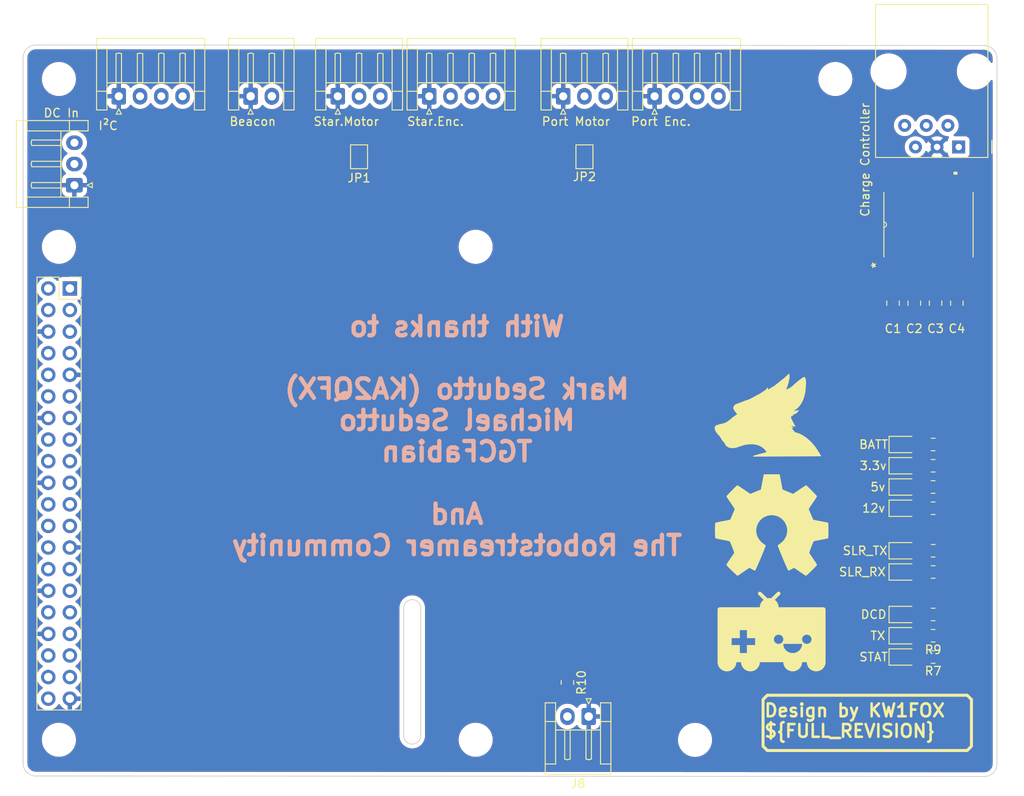
<source format=kicad_pcb>
(kicad_pcb (version 20211014) (generator pcbnew)
  (layers (0 "F.Cu" signal) (31 "B.Cu" signal) (34 "B.Paste" user) (35 "F.Paste" user) (36 "B.SilkS" user "B.Silkscreen") (37 "F.SilkS" user "F.Silkscreen") (38 "B.Mask" user) (39 "F.Mask" user) (44 "Edge.Cuts" user))
  (net 0 "")
  (net 1 "SDA")
  (net 2 "SCL")
  (net 22 "REN_TX")
  (net 23 "REN_RX")
  (net 24 "GND")
  (net 32 "+3V3")
  (net 33 "Net-(C1-Pad2)")
  (net 34 "Net-(C2-Pad1)")
  (net 35 "Net-(C2-Pad2)")
  (net 36 "Net-(C3-Pad1)")
  (net 37 "Net-(C3-Pad2)")
  (net 38 "Net-(C4-Pad1)")
  (net 39 "PI_RX")
  (net 40 "Net-(D1-Pad2)")
  (net 41 "PI_TX")
  (net 42 "Net-(D2-Pad2)")
  (net 43 "+5V")
  (net 45 "STAR_PWM")
  (net 46 "PORT_PWM")
  (net 47 "Net-(J5-Pad2)")
  (net 48 "Net-(J6-Pad2)")
  (net 49 "Net-(D3-Pad2)")
  (net 50 "Net-(D4-Pad2)")
  (net 51 "Net-(D5-Pad2)")
  (net 52 "+12V")
  (net 53 "Net-(D6-Pad2)")
  (net 54 "DCD_LED")
  (net 55 "STAT_LED")
  (net 56 "Net-(D7-Pad2)")
  (net 57 "Net-(D8-Pad2)")
  (net 58 "TX_LED")
  (net 59 "Net-(D9-Pad2)")
  (net 60 "+12VA")
  (net 61 "Net-(J8-Pad2)")
  (net 62 "PTT")
  (net 63 "STAR_ENC_A")
  (net 64 "STAR_ENC_B")
  (net 65 "PORT_ENC_A")
  (net 66 "PORT_ENC_B")
  (footprint "Connector_JST:JST_EH_S2B-EH_1x02_P2.50mm_Horizontal" (layer "F.Cu") (at 170 127.5 180)
    (fp_text reference "J8" (at 1.25 -7.9) (layer "F.SilkS"))
    (fp_text value "PTT")
    (pad "1" thru_hole roundrect (at 0 0 180) (size 1.7 2) (drill 1) (layers *.Cu *.Mask) (roundrect_rratio 0.147059) (net 24 "GND"))
    (pad "2" thru_hole oval (at 2.5 0 180) (size 1.7 2) (drill 1) (layers *.Cu *.Mask) (net 61 "Net-(J8-Pad2)"))
  )
  (footprint "KenwoodFox:MAX3232IDW" (layer "F.Cu") (at 209.9525 69.63805 90)
    (fp_text reference "U1")
    (fp_text value "MAX3232IDW")
    (fp_text user "*" (at -4.7752 -6.1468 90) (layer "F.SilkS"))
    (fp_text user "*" (at -4.7752 -6.1468 90) (layer "F.SilkS"))
    (pad "1" smd rect (at -4.5212 -4.445 90) (size 2.3114 0.5588) (layers "F.Cu" "F.Paste" "F.Mask") (net 34 "Net-(C2-Pad1)"))
    (pad "2" smd rect (at -4.5212 -3.175 90) (size 2.3114 0.5588) (layers "F.Cu" "F.Paste" "F.Mask") (net 33 "Net-(C1-Pad2)"))
    (pad "3" smd rect (at -4.5212 -1.905 90) (size 2.3114 0.5588) (layers "F.Cu" "F.Paste" "F.Mask") (net 35 "Net-(C2-Pad2)"))
    (pad "4" smd rect (at -4.5212 -0.635 90) (size 2.3114 0.5588) (layers "F.Cu" "F.Paste" "F.Mask") (net 36 "Net-(C3-Pad1)"))
    (pad "5" smd rect (at -4.5212 0.635 90) (size 2.3114 0.5588) (layers "F.Cu" "F.Paste" "F.Mask") (net 37 "Net-(C3-Pad2)"))
    (pad "6" smd rect (at -4.5212 1.905 90) (size 2.3114 0.5588) (layers "F.Cu" "F.Paste" "F.Mask") (net 38 "Net-(C4-Pad1)"))
    (pad "7" smd rect (at -4.5212 3.175 90) (size 2.3114 0.5588) (layers "F.Cu" "F.Paste" "F.Mask"))
    (pad "8" smd rect (at -4.5212 4.445 90) (size 2.3114 0.5588) (layers "F.Cu" "F.Paste" "F.Mask"))
    (pad "9" smd rect (at 4.5212 4.445 90) (size 2.3114 0.5588) (layers "F.Cu" "F.Paste" "F.Mask"))
    (pad "10" smd rect (at 4.5212 3.175 90) (size 2.3114 0.5588) (layers "F.Cu" "F.Paste" "F.Mask"))
    (pad "11" smd rect (at 4.5212 1.905 90) (size 2.3114 0.5588) (layers "F.Cu" "F.Paste" "F.Mask") (net 41 "PI_TX"))
    (pad "12" smd rect (at 4.5212 0.635 90) (size 2.3114 0.5588) (layers "F.Cu" "F.Paste" "F.Mask") (net 39 "PI_RX"))
    (pad "13" smd rect (at 4.5212 -0.635 90) (size 2.3114 0.5588) (layers "F.Cu" "F.Paste" "F.Mask") (net 22 "REN_TX"))
    (pad "14" smd rect (at 4.5212 -1.905 90) (size 2.3114 0.5588) (layers "F.Cu" "F.Paste" "F.Mask") (net 23 "REN_RX"))
    (pad "15" smd rect (at 4.5212 -3.175 90) (size 2.3114 0.5588) (layers "F.Cu" "F.Paste" "F.Mask") (net 24 "GND"))
    (pad "16" smd rect (at 4.5212 -4.445 90) (size 2.3114 0.5588) (layers "F.Cu" "F.Paste" "F.Mask") (net 32 "+3V3"))
  )
  (footprint "LED_SMD:LED_0805_2012Metric" (layer "F.Cu") (at 207 103)
    (fp_text reference "D3")
    (fp_text value "12v" (at -3.5 0) (layer "F.SilkS"))
    (pad "1" smd roundrect (at -0.9375 0) (size 0.975 1.4) (layers "F.Cu" "F.Paste" "F.Mask") (net 24 "GND"))
    (pad "2" smd roundrect (at 0.9375 0) (size 0.975 1.4) (layers "F.Cu" "F.Paste" "F.Mask") (net 49 "Net-(D3-Pad2)"))
  )
  (footprint "LED_SMD:LED_0805_2012Metric" (layer "F.Cu") (at 207 110.5)
    (fp_text reference "D1")
    (fp_text value "SLR_RX" (at -4.825 0) (layer "F.SilkS"))
    (pad "1" smd roundrect (at -0.9375 0) (size 0.975 1.4) (layers "F.Cu" "F.Paste" "F.Mask") (net 39 "PI_RX"))
    (pad "2" smd roundrect (at 0.9375 0) (size 0.975 1.4) (layers "F.Cu" "F.Paste" "F.Mask") (net 40 "Net-(D1-Pad2)"))
  )
  (footprint "Connector_JST:JST_EH_S4B-EH_1x04_P2.50mm_Horizontal" (layer "F.Cu") (at 151.25 54.5325)
    (fp_text reference "J9")
    (fp_text value "Star.Enc." (at 0.75 2.9675 180) (layer "F.SilkS"))
    (pad "1" thru_hole roundrect (at 0 0) (size 1.7 1.95) (drill 0.95) (layers *.Cu *.Mask) (roundrect_rratio 0.147059) (net 24 "GND"))
    (pad "2" thru_hole oval (at 2.5 0) (size 1.7 1.95) (drill 0.95) (layers *.Cu *.Mask) (net 43 "+5V"))
    (pad "3" thru_hole oval (at 5 0) (size 1.7 1.95) (drill 0.95) (layers *.Cu *.Mask) (net 63 "STAR_ENC_A"))
    (pad "4" thru_hole oval (at 7.5 0) (size 1.7 1.95) (drill 0.95) (layers *.Cu *.Mask) (net 64 "STAR_ENC_B"))
  )
  (footprint "Resistor_SMD:R_0805_2012Metric" (layer "F.Cu") (at 167.5 123.5 -90)
    (fp_text reference "R10" (at 0 -1.65 90) (layer "F.SilkS"))
    (fp_text value "math")
    (pad "1" smd roundrect (at -0.9125 0 270) (size 1.025 1.4) (layers "F.Cu" "F.Paste" "F.Mask") (roundrect_rratio 0.243902) (net 62 "PTT"))
    (pad "2" smd roundrect (at 0.9125 0 270) (size 1.025 1.4) (layers "F.Cu" "F.Paste" "F.Mask") (roundrect_rratio 0.243902) (net 61 "Net-(J8-Pad2)"))
  )
  (footprint "Resistor_SMD:R_0805_2012Metric" (layer "F.Cu") (at 210.5 118 180)
    (fp_text reference "R9" (at 0 -1.65) (layer "F.SilkS"))
    (fp_text value "100k")
    (pad "1" smd roundrect (at -0.9125 0 180) (size 1.025 1.4) (layers "F.Cu" "F.Paste" "F.Mask") (roundrect_rratio 0.243902) (net 32 "+3V3"))
    (pad "2" smd roundrect (at 0.9125 0 180) (size 1.025 1.4) (layers "F.Cu" "F.Paste" "F.Mask") (roundrect_rratio 0.243902) (net 59 "Net-(D9-Pad2)"))
  )
  (footprint "Connector_JST:JST_EH_S3B-EH_1x03_P2.50mm_Horizontal" (layer "F.Cu") (at 140.5 54.5325)
    (fp_text reference "J5")
    (fp_text value "Star.Motor" (at 1 2.9675 180) (layer "F.SilkS"))
    (pad "1" thru_hole roundrect (at 0 0) (size 1.7 1.95) (drill 0.95) (layers *.Cu *.Mask) (roundrect_rratio 0.147059) (net 24 "GND"))
    (pad "2" thru_hole oval (at 2.5 0) (size 1.7 1.95) (drill 0.95) (layers *.Cu *.Mask) (net 47 "Net-(J5-Pad2)"))
    (pad "3" thru_hole oval (at 5 0) (size 1.7 1.95) (drill 0.95) (layers *.Cu *.Mask) (net 45 "STAR_PWM"))
  )
  (footprint "LED_SMD:LED_0805_2012Metric" (layer "F.Cu") (at 207 98)
    (fp_text reference "D5")
    (fp_text value "3.3v" (at -3.5625 0) (layer "F.SilkS"))
    (pad "1" smd roundrect (at -0.9375 0) (size 0.975 1.4) (layers "F.Cu" "F.Paste" "F.Mask") (net 24 "GND"))
    (pad "2" smd roundrect (at 0.9375 0) (size 0.975 1.4) (layers "F.Cu" "F.Paste" "F.Mask") (net 51 "Net-(D5-Pad2)"))
  )
  (footprint "Resistor_SMD:R_0805_2012Metric" (layer "F.Cu") (at 210.5 110.5 180)
    (fp_text reference "R1")
    (fp_text value "100k")
    (pad "1" smd roundrect (at -0.9125 0 180) (size 1.025 1.4) (layers "F.Cu" "F.Paste" "F.Mask") (roundrect_rratio 0.243902) (net 32 "+3V3"))
    (pad "2" smd roundrect (at 0.9125 0 180) (size 1.025 1.4) (layers "F.Cu" "F.Paste" "F.Mask") (roundrect_rratio 0.243902) (net 40 "Net-(D1-Pad2)"))
  )
  (footprint "Connector_JST:JST_EH_S4B-EH_1x04_P2.50mm_Horizontal" (layer "F.Cu") (at 177.75 54.5325)
    (fp_text reference "J10")
    (fp_text value "Port Enc." (at 0.75 2.9675) (layer "F.SilkS"))
    (pad "1" thru_hole roundrect (at 0 0) (size 1.7 1.95) (drill 0.95) (layers *.Cu *.Mask) (roundrect_rratio 0.147059) (net 24 "GND"))
    (pad "2" thru_hole oval (at 2.5 0) (size 1.7 1.95) (drill 0.95) (layers *.Cu *.Mask) (net 43 "+5V"))
    (pad "3" thru_hole oval (at 5 0) (size 1.7 1.95) (drill 0.95) (layers *.Cu *.Mask) (net 65 "PORT_ENC_A"))
    (pad "4" thru_hole oval (at 7.5 0) (size 1.7 1.95) (drill 0.95) (layers *.Cu *.Mask) (net 66 "PORT_ENC_B"))
  )
  (footprint "Connector_JST:JST_EH_S4B-EH_1x04_P2.50mm_Horizontal" (layer "F.Cu") (at 114.75 54.5325)
    (fp_text reference "J3")
    (fp_text value "I²C" (at -1.25 3.4675 180) (layer "F.SilkS"))
    (pad "1" thru_hole roundrect (at 0 0) (size 1.7 1.95) (drill 0.95) (layers *.Cu *.Mask) (roundrect_rratio 0.147059) (net 24 "GND"))
    (pad "2" thru_hole oval (at 2.5 0) (size 1.7 1.95) (drill 0.95) (layers *.Cu *.Mask) (net 1 "SDA"))
    (pad "3" thru_hole oval (at 5 0) (size 1.7 1.95) (drill 0.95) (layers *.Cu *.Mask) (net 2 "SCL"))
    (pad "4" thru_hole oval (at 7.5 0) (size 1.7 1.95) (drill 0.95) (layers *.Cu *.Mask) (net 43 "+5V"))
  )
  (footprint "Connector_JST:JST_EH_S3B-EH_1x03_P2.50mm_Horizontal" (layer "F.Cu") (at 167 54.5325)
    (fp_text reference "J6")
    (fp_text value "Port Motor" (at 1.5 2.9675 180) (layer "F.SilkS"))
    (pad "1" thru_hole roundrect (at 0 0) (size 1.7 1.95) (drill 0.95) (layers *.Cu *.Mask) (roundrect_rratio 0.147059) (net 24 "GND"))
    (pad "2" thru_hole oval (at 2.5 0) (size 1.7 1.95) (drill 0.95) (layers *.Cu *.Mask) (net 48 "Net-(J6-Pad2)"))
    (pad "3" thru_hole oval (at 5 0) (size 1.7 1.95) (drill 0.95) (layers *.Cu *.Mask) (net 46 "PORT_PWM"))
  )
  (footprint "MountingHole:MountingHole_3mm" (layer "F.Cu") (at 182.5 130.25)
    (fp_text reference "H6")
    (fp_text value "BrdMountingHole")
    (pad "" np_thru_hole circle (at 0 0) (size 3 3) (drill 3) (layers *.Cu *.Mask))
  )
  (footprint "Jumper:SolderJumper-2_P1.3mm_Open_Pad1.0x1.5mm" (layer "F.Cu") (at 169.5 61.65 -90)
    (fp_text reference "JP2" (at 2.35 0 180) (layer "F.SilkS"))
    (fp_text value "VRM_JP")
    (pad "1" smd rect (at -0.65 0 270) (size 1 1.5) (layers "F.Cu" "F.Mask") (net 48 "Net-(J6-Pad2)"))
    (pad "2" smd rect (at 0.65 0 270) (size 1 1.5) (layers "F.Cu" "F.Mask") (net 43 "+5V"))
  )
  (footprint "Connector_PinSocket_2.54mm:PinSocket_2x20_P2.54mm_Vertical" (layer "F.Cu") (at 109 77.14)
    (fp_text reference "J1")
    (fp_text value "Raspberry_Pi")
    (pad "1" thru_hole rect (at 0 0) (size 1.7 1.7) (drill 1) (layers *.Cu *.Mask) (net 32 "+3V3"))
    (pad "2" thru_hole oval (at -2.54 0) (size 1.7 1.7) (drill 1) (layers *.Cu *.Mask) (net 43 "+5V"))
    (pad "3" thru_hole oval (at 0 2.54) (size 1.7 1.7) (drill 1) (layers *.Cu *.Mask) (net 1 "SDA"))
    (pad "4" thru_hole oval (at -2.54 2.54) (size 1.7 1.7) (drill 1) (layers *.Cu *.Mask) (net 43 "+5V"))
    (pad "5" thru_hole oval (at 0 5.08) (size 1.7 1.7) (drill 1) (layers *.Cu *.Mask) (net 2 "SCL"))
    (pad "6" thru_hole oval (at -2.54 5.08) (size 1.7 1.7) (drill 1) (layers *.Cu *.Mask) (net 24 "GND"))
    (pad "7" thru_hole oval (at 0 7.62) (size 1.7 1.7) (drill 1) (layers *.Cu *.Mask))
    (pad "8" thru_hole oval (at -2.54 7.62) (size 1.7 1.7) (drill 1) (layers *.Cu *.Mask) (net 41 "PI_TX"))
    (pad "9" thru_hole oval (at 0 10.16) (size 1.7 1.7) (drill 1) (layers *.Cu *.Mask) (net 24 "GND"))
    (pad "10" thru_hole oval (at -2.54 10.16) (size 1.7 1.7) (drill 1) (layers *.Cu *.Mask) (net 39 "PI_RX"))
    (pad "11" thru_hole oval (at 0 12.7) (size 1.7 1.7) (drill 1) (layers *.Cu *.Mask))
    (pad "12" thru_hole oval (at -2.54 12.7) (size 1.7 1.7) (drill 1) (layers *.Cu *.Mask))
    (pad "13" thru_hole oval (at 0 15.24) (size 1.7 1.7) (drill 1) (layers *.Cu *.Mask))
    (pad "14" thru_hole oval (at -2.54 15.24) (size 1.7 1.7) (drill 1) (layers *.Cu *.Mask) (net 24 "GND"))
    (pad "15" thru_hole oval (at 0 17.78) (size 1.7 1.7) (drill 1) (layers *.Cu *.Mask))
    (pad "16" thru_hole oval (at -2.54 17.78) (size 1.7 1.7) (drill 1) (layers *.Cu *.Mask))
    (pad "17" thru_hole oval (at 0 20.32) (size 1.7 1.7) (drill 1) (layers *.Cu *.Mask) (net 32 "+3V3"))
    (pad "18" thru_hole oval (at -2.54 20.32) (size 1.7 1.7) (drill 1) (layers *.Cu *.Mask) (net 54 "DCD_LED"))
    (pad "19" thru_hole oval (at 0 22.86) (size 1.7 1.7) (drill 1) (layers *.Cu *.Mask))
    (pad "20" thru_hole oval (at -2.54 22.86) (size 1.7 1.7) (drill 1) (layers *.Cu *.Mask) (net 24 "GND"))
    (pad "21" thru_hole oval (at 0 25.4) (size 1.7 1.7) (drill 1) (layers *.Cu *.Mask))
    (pad "22" thru_hole oval (at -2.54 25.4) (size 1.7 1.7) (drill 1) (layers *.Cu *.Mask) (net 62 "PTT"))
    (pad "23" thru_hole oval (at 0 27.94) (size 1.7 1.7) (drill 1) (layers *.Cu *.Mask))
    (pad "24" thru_hole oval (at -2.54 27.94) (size 1.7 1.7) (drill 1) (layers *.Cu *.Mask))
    (pad "25" thru_hole oval (at 0 30.48) (size 1.7 1.7) (drill 1) (layers *.Cu *.Mask) (net 24 "GND"))
    (pad "26" thru_hole oval (at -2.54 30.48) (size 1.7 1.7) (drill 1) (layers *.Cu *.Mask))
    (pad "27" thru_hole oval (at 0 33.02) (size 1.7 1.7) (drill 1) (layers *.Cu *.Mask))
    (pad "28" thru_hole oval (at -2.54 33.02) (size 1.7 1.7) (drill 1) (layers *.Cu *.Mask))
    (pad "29" thru_hole oval (at 0 35.56) (size 1.7 1.7) (drill 1) (layers *.Cu *.Mask))
    (pad "30" thru_hole oval (at -2.54 35.56) (size 1.7 1.7) (drill 1) (layers *.Cu *.Mask) (net 24 "GND"))
    (pad "31" thru_hole oval (at 0 38.1) (size 1.7 1.7) (drill 1) (layers *.Cu *.Mask))
    (pad "32" thru_hole oval (at -2.54 38.1) (size 1.7 1.7) (drill 1) (layers *.Cu *.Mask) (net 46 "PORT_PWM"))
    (pad "33" thru_hole oval (at 0 40.64) (size 1.7 1.7) (drill 1) (layers *.Cu *.Mask) (net 45 "STAR_PWM"))
    (pad "34" thru_hole oval (at -2.54 40.64) (size 1.7 1.7) (drill 1) (layers *.Cu *.Mask) (net 24 "GND"))
    (pad "35" thru_hole oval (at 0 43.18) (size 1.7 1.7) (drill 1) (layers *.Cu *.Mask))
    (pad "36" thru_hole oval (at -2.54 43.18) (size 1.7 1.7) (drill 1) (layers *.Cu *.Mask))
    (pad "37" thru_hole oval (at 0 45.72) (size 1.7 1.7) (drill 1) (layers *.Cu *.Mask))
    (pad "38" thru_hole oval (at -2.54 45.72) (size 1.7 1.7) (drill 1) (layers *.Cu *.Mask))
    (pad "39" thru_hole oval (at 0 48.26) (size 1.7 1.7) (drill 1) (layers *.Cu *.Mask) (net 24 "GND"))
    (pad "40" thru_hole oval (at -2.54 48.26) (size 1.7 1.7) (drill 1) (layers *.Cu *.Mask) (net 55 "STAT_LED"))
  )
  (footprint "Resistor_SMD:R_0805_2012Metric" (layer "F.Cu") (at 210.5 95.5 180)
    (fp_text reference "R8")
    (fp_text value "math")
    (pad "1" smd roundrect (at -0.9125 0 180) (size 1.025 1.4) (layers "F.Cu" "F.Paste" "F.Mask") (roundrect_rratio 0.243902) (net 60 "+12VA"))
    (pad "2" smd roundrect (at 0.9125 0 180) (size 1.025 1.4) (layers "F.Cu" "F.Paste" "F.Mask") (roundrect_rratio 0.243902) (net 57 "Net-(D8-Pad2)"))
  )
  (footprint "MountingHole:MountingHole_3mm" (layer "F.Cu") (at 156.71 130.24)
    (fp_text reference "H2")
    (fp_text value "PiMountingHole")
    (pad "" np_thru_hole circle (at 0 0) (size 3 3) (drill 3) (layers *.Cu *.Mask))
  )
  (footprint "KenwoodFox:KITSUNE_LOGO" (layer "F.Cu") (at 191 92)
    (fp_text reference "G***" (at 0 0) (layer "F.SilkS") (effects (font (size 1.524 1.524) (thickness 0.3))))
    (fp_text value "LOGO" hide)
  )
  (footprint "Connector_JST:JST_EH_S3B-EH_1x03_P2.50mm_Horizontal" (layer "F.Cu") (at 109.5325 65 90)
    (fp_text reference "J7")
    (fp_text value "DC In" (at 8.5 -1.5325 180) (layer "F.SilkS"))
    (pad "1" thru_hole roundrect (at 0 0 90) (size 1.7 1.95) (drill 0.95) (layers *.Cu *.Mask) (roundrect_rratio 0.147059) (net 24 "GND"))
    (pad "2" thru_hole oval (at 2.5 0 90) (size 1.7 1.95) (drill 0.95) (layers *.Cu *.Mask) (net 52 "+12V"))
    (pad "3" thru_hole oval (at 5 0 90) (size 1.7 1.95) (drill 0.95) (layers *.Cu *.Mask) (net 60 "+12VA"))
  )
  (footprint "Capacitor_SMD:C_0805_2012Metric" (layer "F.Cu") (at 208.2825 78.86805 90)
    (fp_text reference "C2" (at -3 0 180) (layer "F.SilkS"))
    (fp_text value "0.1μf")
    (pad "1" smd roundrect (at -0.95 0 90) (size 1 1.45) (layers "F.Cu" "F.Paste" "F.Mask") (net 34 "Net-(C2-Pad1)"))
    (pad "2" smd roundrect (at 0.95 0 90) (size 1 1.45) (layers "F.Cu" "F.Paste" "F.Mask") (net 35 "Net-(C2-Pad2)"))
  )
  (footprint "Capacitor_SMD:C_0805_2012Metric" (layer "F.Cu") (at 213.2825 78.86805 90)
    (fp_text reference "C4" (at -3 0 180) (layer "F.SilkS"))
    (fp_text value "0.1μf")
    (pad "1" smd roundrect (at -0.95 0 90) (size 1 1.45) (layers "F.Cu" "F.Paste" "F.Mask") (net 38 "Net-(C4-Pad1)"))
    (pad "2" smd roundrect (at 0.95 0 90) (size 1 1.45) (layers "F.Cu" "F.Paste" "F.Mask") (net 24 "GND"))
  )
  (footprint "MountingHole:MountingHole_3mm" (layer "F.Cu") (at 107.71 130.24)
    (fp_text reference "H1")
    (fp_text value "PiMountingHole")
    (pad "" np_thru_hole circle (at 0 0) (size 3 3) (drill 3) (layers *.Cu *.Mask))
  )
  (footprint "MountingHole:MountingHole_3mm" (layer "F.Cu") (at 107.71 52.5)
    (fp_text reference "H5")
    (fp_text value "BrdMountingHole")
    (pad "" np_thru_hole circle (at 0 0) (size 3 3) (drill 3) (layers *.Cu *.Mask))
  )
  (footprint "Resistor_SMD:R_0805_2012Metric" (layer "F.Cu") (at 210.5 100.5 180)
    (fp_text reference "R4")
    (fp_text value "math")
    (pad "1" smd roundrect (at -0.9125 0 180) (size 1.025 1.4) (layers "F.Cu" "F.Paste" "F.Mask") (roundrect_rratio 0.243902) (net 43 "+5V"))
    (pad "2" smd roundrect (at 0.9125 0 180) (size 1.025 1.4) (layers "F.Cu" "F.Paste" "F.Mask") (roundrect_rratio 0.243902) (net 50 "Net-(D4-Pad2)"))
  )
  (footprint "Capacitor_SMD:C_0805_2012Metric" (layer "F.Cu") (at 205.7825 78.86805 90)
    (fp_text reference "C1" (at -3 0 180) (layer "F.SilkS"))
    (fp_text value "0.1μf")
    (pad "1" smd roundrect (at -0.95 0 90) (size 1 1.45) (layers "F.Cu" "F.Paste" "F.Mask") (net 32 "+3V3"))
    (pad "2" smd roundrect (at 0.95 0 90) (size 1 1.45) (layers "F.Cu" "F.Paste" "F.Mask") (net 33 "Net-(C1-Pad2)"))
  )
  (footprint "Resistor_SMD:R_0805_2012Metric" (layer "F.Cu") (at 210.5 120.5 180)
    (fp_text reference "R7" (at 0 -1.65) (layer "F.SilkS"))
    (fp_text value "100k")
    (pad "1" smd roundrect (at -0.9125 0 180) (size 1.025 1.4) (layers "F.Cu" "F.Paste" "F.Mask") (roundrect_rratio 0.243902) (net 32 "+3V3"))
    (pad "2" smd roundrect (at 0.9125 0 180) (size 1.025 1.4) (layers "F.Cu" "F.Paste" "F.Mask") (roundrect_rratio 0.243902) (net 56 "Net-(D7-Pad2)"))
  )
  (footprint "LED_SMD:LED_0805_2012Metric" (layer "F.Cu") (at 207 118)
    (fp_text reference "D9")
    (fp_text value "TX" (at -3 0) (layer "F.SilkS"))
    (pad "1" smd roundrect (at -0.9375 0) (size 0.975 1.4) (layers "F.Cu" "F.Paste" "F.Mask") (net 58 "TX_LED"))
    (pad "2" smd roundrect (at 0.9375 0) (size 0.975 1.4) (layers "F.Cu" "F.Paste" "F.Mask") (net 59 "Net-(D9-Pad2)"))
  )
  (footprint "KenwoodFox:ROBOTSTREAMER_LOGO" (layer "F.Cu") (at 191.5 117.5)
    (fp_text reference "G***" (at 0 0) (layer "F.SilkS") (effects (font (size 1.524 1.524) (thickness 0.3))))
    (fp_text value "LOGO" hide)
  )
  (footprint "LED_SMD:LED_0805_2012Metric" (layer "F.Cu") (at 207 120.5)
    (fp_text reference "D7")
    (fp_text value "STAT" (at -3.5 0) (layer "F.SilkS"))
    (pad "1" smd roundrect (at -0.9375 0) (size 0.975 1.4) (layers "F.Cu" "F.Paste" "F.Mask") (net 55 "STAT_LED"))
    (pad "2" smd roundrect (at 0.9375 0) (size 0.975 1.4) (layers "F.Cu" "F.Paste" "F.Mask") (net 56 "Net-(D7-Pad2)"))
  )
  (footprint "Connector_JST:JST_EH_S2B-EH_1x02_P2.50mm_Horizontal" (layer "F.Cu") (at 130.25 54.5325)
    (fp_text reference "J4")
    (fp_text value "Beacon" (at 0.25 2.9675 180) (layer "F.SilkS"))
    (pad "1" thru_hole roundrect (at 0 0) (size 1.7 2) (drill 1) (layers *.Cu *.Mask) (roundrect_rratio 0.147059) (net 24 "GND"))
    (pad "2" thru_hole oval (at 2.5 0) (size 1.7 2) (drill 1) (layers *.Cu *.Mask))
  )
  (footprint "Resistor_SMD:R_0805_2012Metric" (layer "F.Cu") (at 210.5 108 180)
    (fp_text reference "R2")
    (fp_text value "100k")
    (pad "1" smd roundrect (at -0.9125 0 180) (size 1.025 1.4) (layers "F.Cu" "F.Paste" "F.Mask") (roundrect_rratio 0.243902) (net 32 "+3V3"))
    (pad "2" smd roundrect (at 0.9125 0 180) (size 1.025 1.4) (layers "F.Cu" "F.Paste" "F.Mask") (roundrect_rratio 0.243902) (net 42 "Net-(D2-Pad2)"))
  )
  (footprint "LED_SMD:LED_0805_2012Metric" (layer "F.Cu") (at 207 108)
    (fp_text reference "D2")
    (fp_text value "SLR_TX" (at -4.5 0) (layer "F.SilkS"))
    (pad "1" smd roundrect (at -0.9375 0) (size 0.975 1.4) (layers "F.Cu" "F.Paste" "F.Mask") (net 41 "PI_TX"))
    (pad "2" smd roundrect (at 0.9375 0) (size 0.975 1.4) (layers "F.Cu" "F.Paste" "F.Mask") (net 42 "Net-(D2-Pad2)"))
  )
  (footprint "LED_SMD:LED_0805_2012Metric" (layer "F.Cu") (at 207 115.5)
    (fp_text reference "D6")
    (fp_text value "DCD" (at -3.5 0) (layer "F.SilkS"))
    (pad "1" smd roundrect (at -0.9375 0) (size 0.975 1.4) (layers "F.Cu" "F.Paste" "F.Mask") (net 54 "DCD_LED"))
    (pad "2" smd roundrect (at 0.9375 0) (size 0.975 1.4) (layers "F.Cu" "F.Paste" "F.Mask") (net 53 "Net-(D6-Pad2)"))
  )
  (footprint "LED_SMD:LED_0805_2012Metric" (layer "F.Cu") (at 207 95.5)
    (fp_text reference "D8")
    (fp_text value "BATT" (at -3.5 0) (layer "F.SilkS"))
    (pad "1" smd roundrect (at -0.9375 0) (size 0.975 1.4) (layers "F.Cu" "F.Paste" "F.Mask") (net 24 "GND"))
    (pad "2" smd roundrect (at 0.9375 0) (size 0.975 1.4) (layers "F.Cu" "F.Paste" "F.Mask") (net 57 "Net-(D8-Pad2)"))
  )
  (footprint "MountingHole:MountingHole_3mm" (layer "F.Cu") (at 156.71 72.24)
    (fp_text reference "H3")
    (fp_text value "PiMountingHole")
    (pad "" np_thru_hole circle (at 0 0) (size 3 3) (drill 3) (layers *.Cu *.Mask))
  )
  (footprint "Resistor_SMD:R_0805_2012Metric" (layer "F.Cu") (at 210.5 103 180)
    (fp_text reference "R3")
    (fp_text value "math")
    (pad "1" smd roundrect (at -0.9125 0 180) (size 1.025 1.4) (layers "F.Cu" "F.Paste" "F.Mask") (roundrect_rratio 0.243902) (net 52 "+12V"))
    (pad "2" smd roundrect (at 0.9125 0 180) (size 1.025 1.4) (layers "F.Cu" "F.Paste" "F.Mask") (roundrect_rratio 0.243902) (net 49 "Net-(D3-Pad2)"))
  )
  (footprint "LED_SMD:LED_0805_2012Metric" (layer "F.Cu") (at 207 100.5)
    (fp_text reference "D4")
    (fp_text value "5v" (at -3 0) (layer "F.SilkS"))
    (pad "1" smd roundrect (at -0.9375 0) (size 0.975 1.4) (layers "F.Cu" "F.Paste" "F.Mask") (net 24 "GND"))
    (pad "2" smd roundrect (at 0.9375 0) (size 0.975 1.4) (layers "F.Cu" "F.Paste" "F.Mask") (net 50 "Net-(D4-Pad2)"))
  )
  (footprint "Resistor_SMD:R_0805_2012Metric" (layer "F.Cu") (at 210.5 98 180)
    (fp_text reference "R5")
    (fp_text value "100k")
    (pad "1" smd roundrect (at -0.9125 0 180) (size 1.025 1.4) (layers "F.Cu" "F.Paste" "F.Mask") (roundrect_rratio 0.243902) (net 32 "+3V3"))
    (pad "2" smd roundrect (at 0.9125 0 180) (size 1.025 1.4) (layers "F.Cu" "F.Paste" "F.Mask") (roundrect_rratio 0.243902) (net 51 "Net-(D5-Pad2)"))
  )
  (footprint "MountingHole:MountingHole_3mm" (layer "F.Cu") (at 199 52.5)
    (fp_text reference "H7")
    (fp_text value "BrdMountingHole")
    (pad "" np_thru_hole circle (at 0 0) (size 3 3) (drill 3) (layers *.Cu *.Mask))
  )
  (footprint "Connector_RJ:RJ12_Amphenol_54601" (layer "F.Cu") (at 213.5 60.5 180)
    (fp_text reference "J2")
    (fp_text value "Charge Controller" (at 11 -1.5 90) (layer "F.SilkS"))
    (pad "" np_thru_hole circle (at -1.91 8.89 180) (size 3.25 3.25) (drill 3.25) (layers *.Cu *.Mask))
    (pad "" np_thru_hole circle (at 8.25 8.89 180) (size 3.25 3.25) (drill 3.25) (layers *.Cu *.Mask))
    (pad "1" thru_hole rect (at 0 0 180) (size 1.52 1.52) (drill 0.76) (layers *.Cu *.Mask) (net 22 "REN_TX"))
    (pad "2" thru_hole circle (at 1.27 2.54 180) (size 1.52 1.52) (drill 0.76) (layers *.Cu *.Mask) (net 23 "REN_RX"))
    (pad "3" thru_hole circle (at 2.54 0 180) (size 1.52 1.52) (drill 0.76) (layers *.Cu *.Mask) (net 24 "GND"))
    (pad "4" thru_hole circle (at 3.81 2.54 180) (size 1.52 1.52) (drill 0.76) (layers *.Cu *.Mask))
    (pad "5" thru_hole circle (at 5.08 0 180) (size 1.52 1.52) (drill 0.76) (layers *.Cu *.Mask))
    (pad "6" thru_hole circle (at 6.35 2.54 180) (size 1.52 1.52) (drill 0.76) (layers *.Cu *.Mask))
  )
  (footprint "Resistor_SMD:R_0805_2012Metric" (layer "F.Cu") (at 210.5 115.5 180)
    (fp_text reference "R6")
    (fp_text value "100k")
    (pad "1" smd roundrect (at -0.9125 0 180) (size 1.025 1.4) (layers "F.Cu" "F.Paste" "F.Mask") (roundrect_rratio 0.243902) (net 32 "+3V3"))
    (pad "2" smd roundrect (at 0.9125 0 180) (size 1.025 1.4) (layers "F.Cu" "F.Paste" "F.Mask") (roundrect_rratio 0.243902) (net 53 "Net-(D6-Pad2)"))
  )
  (footprint "MountingHole:MountingHole_3mm" (layer "F.Cu") (at 107.71 72.24)
    (fp_text reference "H4")
    (fp_text value "PiMountingHole")
    (pad "" np_thru_hole circle (at 0 0) (size 3 3) (drill 3) (layers *.Cu *.Mask))
  )
  (footprint "Symbol:OSHW-Symbol_13.4x12mm_SilkScreen" (layer "F.Cu") (at 191.5 105)
    (fp_text reference "REF**" hide)
    (fp_text value "OSHW-Symbol_13.4x12mm_SilkScreen" hide)
  )
  (footprint "Jumper:SolderJumper-2_P1.3mm_Open_Pad1.0x1.5mm" (layer "F.Cu") (at 143 61.65 -90)
    (fp_text reference "JP1" (at 2.5 0 180) (layer "F.SilkS"))
    (fp_text value "VRM_JP")
    (pad "1" smd rect (at -0.65 0 270) (size 1 1.5) (layers "F.Cu" "F.Mask") (net 47 "Net-(J5-Pad2)"))
    (pad "2" smd rect (at 0.65 0 270) (size 1 1.5) (layers "F.Cu" "F.Mask") (net 43 "+5V"))
  )
  (footprint "Capacitor_SMD:C_0805_2012Metric" (layer "F.Cu") (at 210.7825 78.86805 90)
    (fp_text reference "C3" (at -3 0 180) (layer "F.SilkS"))
    (fp_text value "0.1μf")
    (pad "1" smd roundrect (at -0.95 0 90) (size 1 1.45) (layers "F.Cu" "F.Paste" "F.Mask") (net 36 "Net-(C3-Pad1)"))
    (pad "2" smd roundrect (at 0.95 0 90) (size 1 1.45) (layers "F.Cu" "F.Paste" "F.Mask") (net 37 "Net-(C3-Pad2)"))
  )
  (gr_poly (pts (xy 215 125.5) (xy 215 131) (xy 214.5 131.5) (xy 191 131.5) (xy 190.5 131) (xy 190.5 125.5) (xy 191 125) (xy 214.5 125)) (layer "F.SilkS") (width 0.3556) (fill none))
  (gr_line (start 148.25 114.75) (end 148.25 129.75) (layer "Edge.Cuts") (width 0.1))
  (gr_arc (start 150.25 129.75) (mid 149.25 130.75) (end 148.25 129.75) (layer "Edge.Cuts") (width 0.1))
  (gr_arc (start 218 133.06066) (mid 217.56066 134.12132) (end 216.5 134.56066) (layer "Edge.Cuts") (width 0.1))
  (gr_arc (start 103.5 50) (mid 103.93934 48.93934) (end 105 48.5) (layer "Edge.Cuts") (width 0.1))
  (gr_line (start 218 133.06066) (end 218 50.06066) (layer "Edge.Cuts") (width 0.1))
  (gr_line (start 216.5 48.56066) (end 105 48.5) (layer "Edge.Cuts") (width 0.1))
  (gr_arc (start 216.5 48.56066) (mid 217.56066 49) (end 218 50.06066) (layer "Edge.Cuts") (width 0.1))
  (gr_arc (start 148.25 114.75) (mid 149.25 113.75) (end 150.25 114.75) (layer "Edge.Cuts") (width 0.1))
  (gr_arc (start 105 134.5) (mid 103.93934 134.06066) (end 103.5 133) (layer "Edge.Cuts") (width 0.1))
  (gr_line (start 150.25 114.75) (end 150.25 129.75) (layer "Edge.Cuts") (width 0.1))
  (gr_line (start 103.5 50) (end 103.5 133) (layer "Edge.Cuts") (width 0.1))
  (gr_line (start 105 134.5) (end 216.5 134.56066) (layer "Edge.Cuts") (width 0.1))
  (gr_text "With thanks to\n\nMark Sedutto (KA2QFX)\nMichael Sedutto\nTGCFabian\n\nAnd\nThe Robotstreamer Community" (at 154.5 94.5) (layer "B.SilkS") (effects (font (size 2.286 2.286) (thickness 0.508)) (justify mirror)))
  (gr_text "Design by KW1FOX\n${FULL_REVISION}" (at 190.5 128) (layer "F.SilkS") (effects (font (size 1.5 1.5) (thickness 0.3)) (justify left)))
  (zone (net 24) (net_name "GND") (layers F&B.Cu) (connect_pads (clearance 0.508)) (min_thickness 0.254) (fill yes (thermal_gap 0.508) (thermal_bridge_width 0.508))
    (polygon (pts (xy 218 134.5) (xy 103.5 134.5) (xy 103.5 48.5) (xy 218 48.5)))
  )
)
</source>
